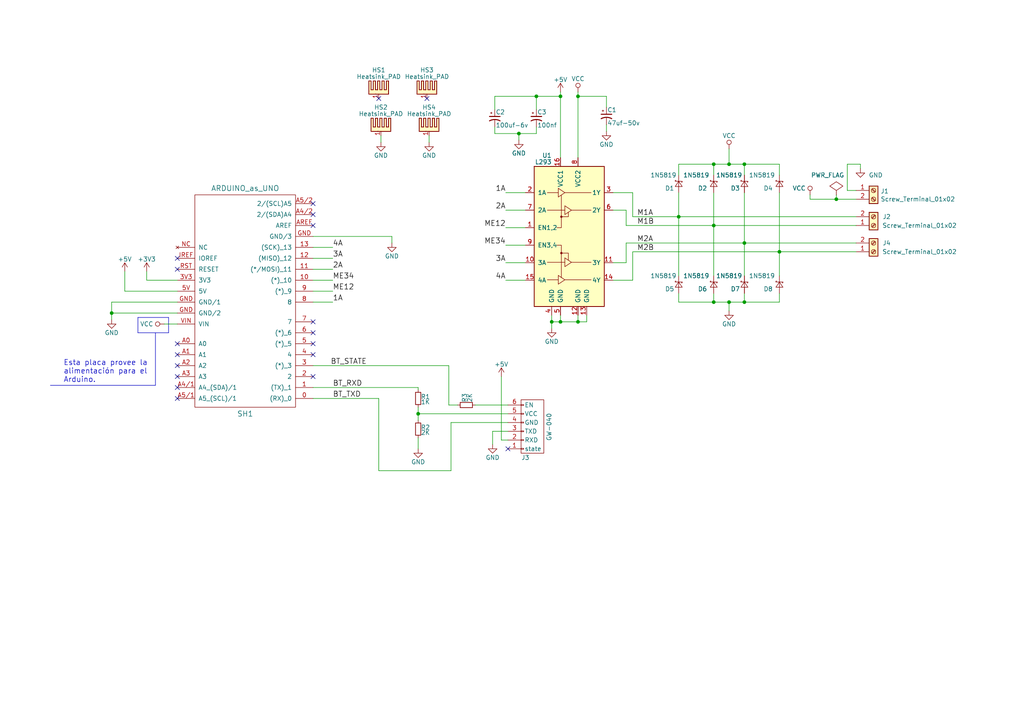
<source format=kicad_sch>
(kicad_sch (version 20230121) (generator eeschema)
  (paper "A4")
  (lib_symbols
    (symbol "Connector:Screw_Terminal_01x02" (pin_names (offset 1.016) hide)
      (property "Reference" "J" (at 0 2.54 0))
      (property "Value" "Screw_Terminal_01x02" (at 0 -5.08 0))
      (symbol "Screw_Terminal_01x02_1_1"
        (rectangle (start -1.27 1.27) (end 1.27 -3.81) (stroke (width 0.254)) (fill (type background)))
        (circle (center 0 -2.54) (radius 0.635) (stroke (width 0.1524)))
        (polyline (pts (xy -0.5334 -2.2098) (xy 0.3302 -3.048)) (stroke (width 0.1524)))
        (polyline (pts (xy -0.5334 0.3302) (xy 0.3302 -0.508)) (stroke (width 0.1524)))
        (polyline (pts (xy -0.3556 -2.032) (xy 0.508 -2.8702)) (stroke (width 0.1524)))
        (polyline (pts (xy -0.3556 0.508) (xy 0.508 -0.3302)) (stroke (width 0.1524)))
        (circle (center 0 0) (radius 0.635) (stroke (width 0.1524)))
        (pin passive line (at -5.08 0 0) (length 3.81) (name "Pin_1") (number "1"))
        (pin passive line (at -5.08 -2.54 0) (length 3.81) (name "Pin_2") (number "2"))
      )
    )
    (symbol "motdrivhc05-rescue:+3V3" (power) (pin_names (offset 0))
      (property "Value" "+3V3" (at 0 3.556 0))
      (symbol "+3V3_0_1"
        (polyline (pts (xy -0.762 1.27) (xy 0 2.54)))
        (polyline (pts (xy 0 0) (xy 0 2.54)))
        (polyline (pts (xy 0 2.54) (xy 0.762 1.27)))
      )
      (symbol "+3V3_1_1"
        (pin power_in line (at 0 0 90) (length 0) hide (name "+3V3") (number "1"))
      )
    )
    (symbol "motdrivhc05-rescue:+5V" (power) (pin_names (offset 0))
      (property "Value" "+5V" (at 0 3.556 0))
      (symbol "+5V_0_1"
        (polyline (pts (xy -0.762 1.27) (xy 0 2.54)))
        (polyline (pts (xy 0 0) (xy 0 2.54)))
        (polyline (pts (xy 0 2.54) (xy 0.762 1.27)))
      )
      (symbol "+5V_1_1"
        (pin power_in line (at 0 0 90) (length 0) hide (name "+5V") (number "1"))
      )
    )
    (symbol "motdrivhc05-rescue:ARDUINO_as_UNO" (pin_names (offset 1.016))
      (property "Reference" "SH" (at 0.635 -31.115 0))
      (property "Value" "ARDUINO_as_UNO" (at 0.635 34.29 0))
      (symbol "ARDUINO_as_UNO_0_1"
        (rectangle (start -13.97 -29.21) (end 15.24 32.385))
      )
      (symbol "ARDUINO_as_UNO_1_1"
        (pin bidirectional line (at 20.32 -26.67 180) (length 5.08) (name "(RX)_0") (number "0"))
        (pin bidirectional line (at 20.32 -23.495 180) (length 5.08) (name "(TX)_1") (number "1"))
        (pin bidirectional line (at 20.32 7.62 180) (length 5.08) (name "(*)_10") (number "10"))
        (pin bidirectional line (at 20.32 10.795 180) (length 5.08) (name "(*/MOSI)_11") (number "11"))
        (pin bidirectional line (at 20.32 13.97 180) (length 5.08) (name "(MISO)_12") (number "12"))
        (pin bidirectional line (at 20.32 17.145 180) (length 5.08) (name "(SCK)_13") (number "13"))
        (pin bidirectional line (at 20.32 -20.32 180) (length 5.08) (name "2") (number "2"))
        (pin bidirectional line (at 20.32 -17.145 180) (length 5.08) (name "(*)_3") (number "3"))
        (pin power_out line (at -19.05 7.62 0) (length 5.08) (name "3V3") (number "3V3"))
        (pin bidirectional line (at 20.32 -13.97 180) (length 5.08) (name "4") (number "4"))
        (pin bidirectional line (at 20.32 -10.795 180) (length 5.08) (name "(*)_5") (number "5"))
        (pin power_out line (at -19.05 4.445 0) (length 5.08) (name "5V") (number "5V"))
        (pin bidirectional line (at 20.32 -7.62 180) (length 5.08) (name "(*)_6") (number "6"))
        (pin bidirectional line (at 20.32 -4.445 180) (length 5.08) (name "7") (number "7"))
        (pin bidirectional line (at 20.32 1.27 180) (length 5.08) (name "8") (number "8"))
        (pin bidirectional line (at 20.32 4.445 180) (length 5.08) (name "(*)_9") (number "9"))
        (pin bidirectional line (at -19.05 -10.795 0) (length 5.08) (name "A0") (number "A0"))
        (pin bidirectional line (at -19.05 -13.97 0) (length 5.08) (name "A1") (number "A1"))
        (pin bidirectional line (at -19.05 -17.145 0) (length 5.08) (name "A2") (number "A2"))
        (pin bidirectional line (at -19.05 -20.32 0) (length 5.08) (name "A3") (number "A3"))
        (pin bidirectional line (at -19.05 -23.495 0) (length 5.08) (name "A4_(SDA)/1") (number "A4/1"))
        (pin bidirectional line (at 20.32 26.67 180) (length 5.08) (name "2/(SDA)A4") (number "A4/2"))
        (pin bidirectional line (at -19.05 -26.67 0) (length 5.08) (name "A5_(SCL)/1") (number "A5/1"))
        (pin bidirectional line (at 20.32 29.845 180) (length 5.08) (name "2/(SCL)A5") (number "A5/2"))
        (pin output line (at 20.32 23.495 180) (length 5.08) (name "AREF") (number "AREF"))
        (pin power_out line (at -19.05 1.27 0) (length 5.08) (name "GND/1") (number "GND"))
        (pin power_out line (at -19.05 -1.905 0) (length 5.08) (name "GND/2") (number "GND"))
        (pin power_out line (at 20.32 20.32 180) (length 5.08) (name "GND/3") (number "GND"))
        (pin input line (at -19.05 13.97 0) (length 5.08) (name "IOREF") (number "IREF"))
        (pin no_connect line (at -19.05 17.145 0) (length 5.08) (name "NC") (number "NC"))
        (pin output line (at -19.05 10.795 0) (length 5.08) (name "RESET") (number "RST"))
        (pin output line (at -19.05 -5.08 0) (length 5.08) (name "VIN") (number "VIN"))
      )
    )
    (symbol "motdrivhc05-rescue:CP1_Small" (pin_numbers hide) (pin_names (offset 0.254) hide)
      (property "Reference" "C" (at 0.254 1.778 0))
      (property "Value" "CP1_Small" (at 0.254 -2.032 0))
      (symbol "CP1_Small_0_1"
        (polyline (pts (xy -1.524 0.508) (xy 1.524 0.508)) (stroke (width 0.3048)))
        (polyline (pts (xy -1.27 1.524) (xy -0.762 1.524)))
        (polyline (pts (xy -1.016 1.27) (xy -1.016 1.778)))
        (arc (start 1.524 -0.762) (mid 0 -0.3734) (end -1.524 -0.762) (stroke (width 0.3048)))
      )
      (symbol "CP1_Small_1_1"
        (pin passive line (at 0 2.54 270) (length 2.032) (name "~") (number "1"))
        (pin passive line (at 0 -2.54 90) (length 2.032) (name "~") (number "2"))
      )
    )
    (symbol "motdrivhc05-rescue:D_Schottky_Small" (pin_numbers hide) (pin_names (offset 0.254) hide)
      (property "Reference" "D" (at -1.27 2.032 0))
      (property "Value" "D_Schottky_Small" (at -7.112 -2.032 0))
      (symbol "D_Schottky_Small_0_1"
        (polyline (pts (xy -0.762 -1.016) (xy -0.762 1.016)))
        (polyline (pts (xy -0.762 0) (xy 0.762 0)))
        (polyline (pts (xy -0.762 -1.016) (xy -0.508 -1.016) (xy -0.508 -0.762)))
        (polyline (pts (xy -0.762 1.016) (xy -1.016 1.016) (xy -1.016 0.762)))
        (polyline (pts (xy 0.762 -1.016) (xy -0.762 0) (xy 0.762 1.016) (xy 0.762 -1.016)))
      )
      (symbol "D_Schottky_Small_1_1"
        (pin passive line (at -2.54 0 0) (length 1.778) (name "K") (number "1"))
        (pin passive line (at 2.54 0 180) (length 1.778) (name "A") (number "2"))
      )
    )
    (symbol "motdrivhc05-rescue:GND" (power) (pin_names (offset 0))
      (property "Value" "GND" (at 0 -3.81 0))
      (symbol "GND_0_1"
        (polyline (pts (xy 0 0) (xy 0 -1.27) (xy 1.27 -1.27) (xy 0 -2.54) (xy -1.27 -1.27) (xy 0 -1.27)))
      )
      (symbol "GND_1_1"
        (pin power_in line (at 0 0 270) (length 0) hide (name "GND") (number "1"))
      )
    )
    (symbol "motdrivhc05-rescue:GW-040" (pin_names (offset 1.016))
      (property "Reference" "J" (at 0 8.89 0))
      (property "Value" "GW-040" (at 6.858 0 90))
      (symbol "GW-040_0_1"
        (rectangle (start -1.27 -6.223) (end -0.508 -6.477))
        (rectangle (start -1.27 -3.683) (end -0.508 -3.937))
        (rectangle (start -1.27 -1.143) (end -0.508 -1.397))
        (rectangle (start -1.27 1.397) (end -0.508 1.143))
        (rectangle (start -1.27 3.937) (end -0.508 3.683))
        (rectangle (start -1.27 6.477) (end -0.508 6.223))
        (rectangle (start -1.27 7.62) (end 5.334 -7.874))
      )
      (symbol "GW-040_1_1"
        (pin passive line (at -5.08 6.35 0) (length 3.81) (name "state") (number "1"))
        (pin passive line (at -5.08 3.81 0) (length 3.81) (name "RXD") (number "2"))
        (pin passive line (at -5.08 1.27 0) (length 3.81) (name "TXD") (number "3"))
        (pin passive line (at -5.08 -1.27 0) (length 3.81) (name "GND") (number "4"))
        (pin passive line (at -5.08 -3.81 0) (length 3.81) (name "VCC") (number "5"))
        (pin passive line (at -5.08 -6.35 0) (length 3.81) (name "EN") (number "6"))
      )
    )
    (symbol "motdrivhc05-rescue:Heatsink_PAD" (pin_names (offset 0))
      (property "Reference" "HS" (at 0 5.715 0))
      (property "Value" "Heatsink_PAD" (at 0 3.81 0))
      (symbol "Heatsink_PAD_0_1"
        (polyline (pts (xy -0.3302 0) (xy -0.9652 0) (xy -0.9652 2.54) (xy -1.6002 2.54) (xy -1.6002 0) (xy -2.2352 0) (xy -2.2352 2.54) (xy -2.8702 2.54) (xy -2.8702 -1.27) (xy -0.9652 -1.27)) (stroke (width 0.254)) (fill (type background)))
        (polyline (pts (xy -0.3302 0) (xy -0.3302 2.54) (xy 0.3048 2.54) (xy 0.3048 0) (xy 0.9398 0) (xy 0.9398 2.54) (xy 1.5748 2.54) (xy 1.5748 0) (xy 2.2098 0) (xy 2.2098 2.54) (xy 2.8448 2.54) (xy 2.8448 -1.27) (xy -0.9652 -1.27)) (stroke (width 0.254)) (fill (type background)))
      )
      (symbol "Heatsink_PAD_1_1"
        (pin passive line (at 0 -2.54 90) (length 1.27) (name "~") (number "1"))
      )
    )
    (symbol "motdrivhc05-rescue:L293" (pin_names (offset 1.016))
      (property "Reference" "U" (at -5.08 26.035 0))
      (property "Value" "L293" (at -5.08 24.13 0))
      (symbol "L293_0_1"
        (rectangle (start -10.16 22.86) (end 10.16 -17.78) (stroke (width 0.254)) (fill (type background)))
        (circle (center -2.286 -2.286) (radius 0.254) (fill (type outline)))
        (circle (center -2.286 8.255) (radius 0.254) (fill (type outline)))
        (polyline (pts (xy -6.35 -10.033) (xy -3.175 -10.033)))
        (polyline (pts (xy -6.35 -4.953) (xy -1.27 -4.953)))
        (polyline (pts (xy -6.35 10.16) (xy -1.27 10.16)))
        (polyline (pts (xy -6.35 15.24) (xy -3.175 15.24)))
        (polyline (pts (xy -1.27 -10.033) (xy 6.35 -10.033)))
        (polyline (pts (xy -1.27 15.24) (xy 6.35 15.24)))
        (polyline (pts (xy 0.635 -4.953) (xy 6.35 -4.953)))
        (polyline (pts (xy 0.635 10.16) (xy 6.35 10.16)))
        (polyline (pts (xy -2.286 8.255) (xy -0.254 8.255) (xy -0.254 9.525)))
        (polyline (pts (xy -2.286 14.478) (xy -2.286 5.08) (xy -3.556 5.08)))
        (polyline (pts (xy -0.254 -4.318) (xy -0.254 -2.286) (xy -2.286 -2.286)))
        (polyline (pts (xy -3.556 0) (xy -2.286 0) (xy -2.286 -9.144) (xy -2.286 -9.398)))
        (polyline (pts (xy -3.175 -8.763) (xy -3.175 -11.303) (xy -1.27 -10.033) (xy -3.175 -8.763)))
        (polyline (pts (xy -3.175 16.51) (xy -3.175 13.97) (xy -1.27 15.24) (xy -3.175 16.51)))
        (polyline (pts (xy -1.27 -3.683) (xy -1.27 -6.223) (xy 0.635 -4.953) (xy -1.27 -3.683)))
        (polyline (pts (xy -1.27 11.43) (xy -1.27 8.89) (xy 0.635 10.16) (xy -1.27 11.43)))
      )
      (symbol "L293_1_1"
        (pin input line (at -12.7 5.08 0) (length 2.54) (name "EN1,2") (number "1"))
        (pin input line (at -12.7 -5.08 0) (length 2.54) (name "3A") (number "10"))
        (pin output line (at 12.7 -5.08 180) (length 2.54) (name "3Y") (number "11"))
        (pin power_in line (at 2.54 -20.32 90) (length 2.54) (name "GND") (number "12"))
        (pin power_in line (at 5.08 -20.32 90) (length 2.54) (name "GND") (number "13"))
        (pin output line (at 12.7 -10.16 180) (length 2.54) (name "4Y") (number "14"))
        (pin input line (at -12.7 -10.16 0) (length 2.54) (name "4A") (number "15"))
        (pin power_in line (at -2.54 25.4 270) (length 2.54) (name "VCC1") (number "16"))
        (pin input line (at -12.7 15.24 0) (length 2.54) (name "1A") (number "2"))
        (pin output line (at 12.7 15.24 180) (length 2.54) (name "1Y") (number "3"))
        (pin power_in line (at -5.08 -20.32 90) (length 2.54) (name "GND") (number "4"))
        (pin power_in line (at -2.54 -20.32 90) (length 2.54) (name "GND") (number "5"))
        (pin output line (at 12.7 10.16 180) (length 2.54) (name "2Y") (number "6"))
        (pin input line (at -12.7 10.16 0) (length 2.54) (name "2A") (number "7"))
        (pin power_in line (at 2.54 25.4 270) (length 2.54) (name "VCC2") (number "8"))
        (pin input line (at -12.7 0 0) (length 2.54) (name "EN3,4") (number "9"))
      )
    )
    (symbol "motdrivhc05-rescue:PWR_FLAG" (power) (pin_numbers hide) (pin_names (offset 0) hide)
      (property "Value" "PWR_FLAG" (at 0 4.572 0))
      (symbol "PWR_FLAG_0_0"
        (pin power_out line (at 0 0 90) (length 0) (name "pwr") (number "1"))
      )
      (symbol "PWR_FLAG_0_1"
        (polyline (pts (xy 0 0) (xy 0 1.27) (xy -1.905 2.54) (xy 0 3.81) (xy 1.905 2.54) (xy 0 1.27)))
      )
    )
    (symbol "motdrivhc05-rescue:R_Small" (pin_numbers hide) (pin_names (offset 0.254) hide)
      (property "Reference" "R" (at 0.762 0.508 0))
      (property "Value" "R_Small" (at 0.762 -1.016 0))
      (symbol "R_Small_0_1"
        (rectangle (start -0.762 1.778) (end 0.762 -1.778) (stroke (width 0.2032)))
      )
      (symbol "R_Small_1_1"
        (pin passive line (at 0 2.54 270) (length 0.762) (name "~") (number "1"))
        (pin passive line (at 0 -2.54 90) (length 0.762) (name "~") (number "2"))
      )
    )
    (symbol "motdrivhc05-rescue:VCC" (power) (pin_names (offset 0))
      (property "Value" "VCC" (at 0 3.81 0))
      (symbol "VCC_0_1"
        (polyline (pts (xy 0 0) (xy 0 1.27)))
        (circle (center 0 1.905) (radius 0.635))
      )
      (symbol "VCC_1_1"
        (pin power_in line (at 0 0 90) (length 0) hide (name "VCC") (number "1"))
      )
    )
  )
  (junction (at 167.64 93.345))
  (junction (at 207.01 87.63))
  (junction (at 226.06 73.025))
  (junction (at 150.495 38.735))
  (junction (at 211.455 47.625))
  (junction (at 167.64 27.94))
  (junction (at 207.01 65.405))
  (junction (at 242.57 57.785))
  (junction (at 215.9 70.485))
  (junction (at 121.285 120.015))
  (junction (at 32.385 90.805))
  (junction (at 215.9 87.63))
  (junction (at 196.85 62.865))
  (junction (at 155.575 27.94))
  (junction (at 162.56 93.345))
  (junction (at 207.01 47.625))
  (junction (at 215.9 47.625))
  (junction (at 160.02 93.345))
  (junction (at 211.455 87.63))
  (junction (at 162.56 27.94))
  (no_connect (at 51.435 74.93))
  (no_connect (at 147.32 130.175))
  (no_connect (at 51.435 106.045))
  (no_connect (at 51.435 99.695))
  (no_connect (at 90.805 62.23))
  (no_connect (at 90.805 102.87))
  (no_connect (at 123.825 28.575))
  (no_connect (at 90.805 99.695))
  (no_connect (at 51.435 78.105))
  (no_connect (at 51.435 109.22))
  (no_connect (at 51.435 115.57))
  (no_connect (at 90.805 96.52))
  (no_connect (at 90.805 109.22))
  (no_connect (at 51.435 112.395))
  (no_connect (at 90.805 93.345))
  (no_connect (at 90.805 65.405))
  (no_connect (at 109.855 28.575))
  (no_connect (at 51.435 102.87))
  (no_connect (at 90.805 59.055))
  (wire (pts (xy 160.02 91.44) (xy 160.02 93.345)))
  (wire (pts (xy 177.8 55.88) (xy 183.515 55.88)))
  (wire (pts (xy 207.01 87.63) (xy 211.455 87.63)))
  (wire (pts (xy 170.18 93.345) (xy 170.18 91.44)))
  (wire (pts (xy 215.9 47.625) (xy 226.06 47.625)))
  (wire (pts (xy 147.32 125.095) (xy 142.875 125.095)))
  (wire (pts (xy 42.545 81.28) (xy 51.435 81.28)))
  (wire (pts (xy 51.435 87.63) (xy 32.385 87.63)))
  (wire (pts (xy 152.4 55.88) (xy 146.685 55.88)))
  (wire (pts (xy 152.4 81.28) (xy 146.685 81.28)))
  (wire (pts (xy 167.64 27.94) (xy 167.64 45.72)))
  (wire (pts (xy 90.805 74.93) (xy 96.52 74.93)))
  (wire (pts (xy 90.805 106.045) (xy 130.175 106.045)))
  (wire (pts (xy 215.9 55.88) (xy 215.9 70.485)))
  (wire (pts (xy 226.06 73.025) (xy 226.06 80.01)))
  (wire (pts (xy 215.9 50.8) (xy 215.9 47.625)))
  (wire (pts (xy 207.01 87.63) (xy 207.01 85.09)))
  (wire (pts (xy 215.9 70.485) (xy 248.285 70.485)))
  (wire (pts (xy 90.805 71.755) (xy 96.52 71.755)))
  (wire (pts (xy 242.57 56.515) (xy 242.57 57.785)))
  (wire (pts (xy 47.625 93.98) (xy 51.435 93.98)))
  (wire (pts (xy 32.385 90.805) (xy 32.385 92.71)))
  (wire (pts (xy 162.56 93.345) (xy 167.64 93.345)))
  (wire (pts (xy 124.46 41.275) (xy 124.46 39.37)))
  (wire (pts (xy 162.56 27.94) (xy 162.56 45.72)))
  (wire (pts (xy 196.85 85.09) (xy 196.85 87.63)))
  (wire (pts (xy 90.805 78.105) (xy 96.52 78.105)))
  (wire (pts (xy 143.51 38.735) (xy 150.495 38.735)))
  (wire (pts (xy 175.895 36.195) (xy 175.895 38.1)))
  (wire (pts (xy 181.61 70.485) (xy 181.61 76.2)))
  (wire (pts (xy 207.01 65.405) (xy 248.285 65.405)))
  (wire (pts (xy 130.81 122.555) (xy 130.81 136.525)))
  (wire (pts (xy 143.51 27.94) (xy 155.575 27.94)))
  (wire (pts (xy 155.575 31.75) (xy 155.575 27.94)))
  (wire (pts (xy 113.665 68.58) (xy 113.665 70.485)))
  (wire (pts (xy 245.745 55.245) (xy 248.285 55.245)))
  (wire (pts (xy 160.02 93.345) (xy 160.02 95.25)))
  (wire (pts (xy 167.64 91.44) (xy 167.64 93.345)))
  (wire (pts (xy 90.805 87.63) (xy 96.52 87.63)))
  (wire (pts (xy 90.805 84.455) (xy 96.52 84.455)))
  (wire (pts (xy 215.9 70.485) (xy 215.9 80.01)))
  (wire (pts (xy 196.85 62.865) (xy 248.285 62.865)))
  (wire (pts (xy 121.285 112.395) (xy 121.285 113.03)))
  (wire (pts (xy 196.85 47.625) (xy 207.01 47.625)))
  (wire (pts (xy 110.49 41.275) (xy 110.49 39.37)))
  (wire (pts (xy 150.495 38.735) (xy 155.575 38.735)))
  (wire (pts (xy 130.175 106.045) (xy 130.175 117.475)))
  (wire (pts (xy 167.64 26.67) (xy 167.64 27.94)))
  (wire (pts (xy 51.435 90.805) (xy 32.385 90.805)))
  (wire (pts (xy 109.855 136.525) (xy 109.855 115.57)))
  (wire (pts (xy 90.805 115.57) (xy 109.855 115.57)))
  (wire (pts (xy 175.895 27.94) (xy 175.895 31.115)))
  (wire (pts (xy 245.745 47.625) (xy 249.555 47.625)))
  (wire (pts (xy 183.515 73.025) (xy 183.515 81.28)))
  (wire (pts (xy 162.56 26.67) (xy 162.56 27.94)))
  (wire (pts (xy 113.665 68.58) (xy 90.805 68.58)))
  (wire (pts (xy 183.515 81.28) (xy 177.8 81.28)))
  (wire (pts (xy 181.61 70.485) (xy 215.9 70.485)))
  (wire (pts (xy 152.4 60.96) (xy 146.685 60.96)))
  (wire (pts (xy 152.4 71.12) (xy 146.685 71.12)))
  (wire (pts (xy 160.02 93.345) (xy 162.56 93.345)))
  (wire (pts (xy 207.01 65.405) (xy 207.01 80.01)))
  (wire (pts (xy 143.51 36.83) (xy 143.51 38.735)))
  (wire (pts (xy 234.95 57.785) (xy 234.95 56.515)))
  (wire (pts (xy 183.515 62.865) (xy 196.85 62.865)))
  (wire (pts (xy 143.51 27.94) (xy 143.51 31.75)))
  (wire (pts (xy 42.545 78.74) (xy 42.545 81.28)))
  (wire (pts (xy 249.555 47.625) (xy 249.555 48.895)))
  (wire (pts (xy 181.61 65.405) (xy 181.61 60.96)))
  (polyline (pts (xy 40.005 96.52) (xy 40.005 92.075)))
  (wire (pts (xy 32.385 87.63) (xy 32.385 90.805)))
  (wire (pts (xy 90.805 112.395) (xy 121.285 112.395)))
  (wire (pts (xy 234.95 57.785) (xy 242.57 57.785)))
  (wire (pts (xy 196.85 87.63) (xy 207.01 87.63)))
  (polyline (pts (xy 45.085 96.52) (xy 45.085 111.76)))
  (wire (pts (xy 211.455 87.63) (xy 215.9 87.63)))
  (wire (pts (xy 155.575 27.94) (xy 162.56 27.94)))
  (wire (pts (xy 145.415 109.22) (xy 145.415 127.635)))
  (wire (pts (xy 226.06 73.025) (xy 248.285 73.025)))
  (wire (pts (xy 152.4 76.2) (xy 146.685 76.2)))
  (polyline (pts (xy 40.005 92.075) (xy 48.895 92.075)))
  (wire (pts (xy 155.575 38.735) (xy 155.575 36.83)))
  (wire (pts (xy 150.495 38.735) (xy 150.495 40.64)))
  (wire (pts (xy 245.745 47.625) (xy 245.745 55.245)))
  (wire (pts (xy 90.805 81.28) (xy 96.52 81.28)))
  (wire (pts (xy 211.455 43.18) (xy 211.455 47.625)))
  (wire (pts (xy 162.56 91.44) (xy 162.56 93.345)))
  (wire (pts (xy 226.06 47.625) (xy 226.06 50.8)))
  (wire (pts (xy 181.61 76.2) (xy 177.8 76.2)))
  (wire (pts (xy 226.06 87.63) (xy 226.06 85.09)))
  (wire (pts (xy 145.415 127.635) (xy 147.32 127.635)))
  (wire (pts (xy 226.06 55.88) (xy 226.06 73.025)))
  (wire (pts (xy 211.455 87.63) (xy 211.455 90.17)))
  (wire (pts (xy 137.795 117.475) (xy 147.32 117.475)))
  (wire (pts (xy 142.875 125.095) (xy 142.875 128.905)))
  (wire (pts (xy 207.01 55.88) (xy 207.01 65.405)))
  (wire (pts (xy 215.9 85.09) (xy 215.9 87.63)))
  (wire (pts (xy 196.85 55.88) (xy 196.85 62.865)))
  (wire (pts (xy 207.01 50.8) (xy 207.01 47.625)))
  (wire (pts (xy 121.285 127) (xy 121.285 130.175)))
  (wire (pts (xy 130.81 122.555) (xy 147.32 122.555)))
  (wire (pts (xy 147.32 120.015) (xy 121.285 120.015)))
  (polyline (pts (xy 14.605 111.76) (xy 45.085 111.76)))
  (wire (pts (xy 36.195 84.455) (xy 36.195 78.74)))
  (wire (pts (xy 196.85 50.8) (xy 196.85 47.625)))
  (wire (pts (xy 183.515 55.88) (xy 183.515 62.865)))
  (wire (pts (xy 130.175 117.475) (xy 132.715 117.475)))
  (wire (pts (xy 207.01 47.625) (xy 211.455 47.625)))
  (wire (pts (xy 181.61 60.96) (xy 177.8 60.96)))
  (wire (pts (xy 167.64 93.345) (xy 170.18 93.345)))
  (wire (pts (xy 196.85 62.865) (xy 196.85 80.01)))
  (wire (pts (xy 130.81 136.525) (xy 109.855 136.525)))
  (wire (pts (xy 215.9 87.63) (xy 226.06 87.63)))
  (wire (pts (xy 183.515 73.025) (xy 226.06 73.025)))
  (wire (pts (xy 167.64 27.94) (xy 175.895 27.94)))
  (wire (pts (xy 181.61 65.405) (xy 207.01 65.405)))
  (wire (pts (xy 121.285 120.015) (xy 121.285 121.92)))
  (wire (pts (xy 152.4 66.04) (xy 146.685 66.04)))
  (polyline (pts (xy 48.895 92.075) (xy 48.895 96.52)))
  (wire (pts (xy 51.435 84.455) (xy 36.195 84.455)))
  (polyline (pts (xy 40.005 96.52) (xy 48.895 96.52)))
  (wire (pts (xy 211.455 47.625) (xy 215.9 47.625)))
  (wire (pts (xy 121.285 118.11) (xy 121.285 120.015)))
  (wire (pts (xy 242.57 57.785) (xy 248.285 57.785)))
  (text "Esta placa provee la \nalimentación para el\nArduino." (at 18.415 111.125 0) (effects (font (size 1.524 1.524)) (justify left bottom)))
  (label "1A" (at 96.52 87.63 0) (effects (font (size 1.524 1.524))))
  (label "BT_TXD" (at 96.52 115.57 0) (effects (font (size 1.524 1.524))))
  (label "ME34" (at 146.685 71.12 180) (effects (font (size 1.524 1.524))))
  (label "M2A" (at 184.785 70.485 0) (effects (font (size 1.524 1.524))))
  (label "BT_RXD" (at 96.52 112.395 0) (effects (font (size 1.524 1.524))))
  (label "ME34" (at 96.52 81.28 0) (effects (font (size 1.524 1.524))))
  (label "BT_STATE" (at 95.885 106.045 0) (effects (font (size 1.524 1.524))))
  (label "ME12" (at 96.52 84.455 0) (effects (font (size 1.524 1.524))))
  (label "3A" (at 146.685 76.2 180) (effects (font (size 1.524 1.524))))
  (label "ME12" (at 146.685 66.04 180) (effects (font (size 1.524 1.524))))
  (label "4A" (at 96.52 71.755 0) (effects (font (size 1.524 1.524))))
  (label "M2B" (at 184.785 73.025 0) (effects (font (size 1.524 1.524))))
  (label "M1B" (at 184.785 65.405 0) (effects (font (size 1.524 1.524))))
  (label "2A" (at 146.685 60.96 180) (effects (font (size 1.524 1.524))))
  (label "3A" (at 96.52 74.93 0) (effects (font (size 1.524 1.524))))
  (label "1A" (at 146.685 55.88 180) (effects (font (size 1.524 1.524))))
  (label "2A" (at 96.52 78.105 0) (effects (font (size 1.524 1.524))))
  (label "4A" (at 146.685 81.28 180) (effects (font (size 1.524 1.524))))
  (label "M1A" (at 184.785 62.865 0) (effects (font (size 1.524 1.524))))
  (symbol (lib_id "motdrivhc05-rescue:ARDUINO_as_UNO") (at 70.485 88.9 0) (unit 1)
    (property "Reference" "SH1" (at 71.12 120.015 0) (effects (font (size 1.524 1.524))))
    (property "Value" "ARDUINO_as_UNO" (at 71.12 54.61 0) (effects (font (size 1.524 1.524))))
    (property "Footprint" "Arduino_Uno:ARDUINO_as_UNO_R3_CONTOUR_ELL" (effects hide))
  )
  (symbol (lib_id "motdrivhc05-rescue:VCC") (at 234.95 56.515 0) (mirror y) (unit 1)
    (property "Reference" "#PWR01" (effects hide))
    (property "Value" "VCC" (at 231.775 54.61 0))
  )
  (symbol (lib_id "motdrivhc05-rescue:L293") (at 165.1 71.12 0) (unit 1)
    (property "Reference" "U1" (at 160.02 45.085 0) (effects (justify right)))
    (property "Value" "L293" (at 160.02 46.99 0) (effects (justify right)))
    (property "Footprint" "Package_DIP:DIP-16_W7.62mm_Socket_LongPads" (effects hide))
  )
  (symbol (lib_id "motdrivhc05-rescue:GND") (at 211.455 90.17 0) (unit 1)
    (property "Reference" "#PWR06" (effects hide))
    (property "Value" "GND" (at 211.455 93.98 0))
  )
  (symbol (lib_id "motdrivhc05-rescue:GND") (at 249.555 48.895 0) (mirror y) (unit 1)
    (property "Reference" "#PWR02" (effects hide))
    (property "Value" "GND" (at 254 50.8 0))
  )
  (symbol (lib_id "motdrivhc05-rescue:GND") (at 32.385 92.71 0) (unit 1)
    (property "Reference" "#PWR03" (effects hide))
    (property "Value" "GND" (at 32.385 96.52 0))
  )
  (symbol (lib_id "motdrivhc05-rescue:GND") (at 113.665 70.485 0) (unit 1)
    (property "Reference" "#PWR04" (effects hide))
    (property "Value" "GND" (at 113.665 74.295 0))
  )
  (symbol (lib_id "motdrivhc05-rescue:GND") (at 160.02 95.25 0) (unit 1)
    (property "Reference" "#PWR05" (effects hide))
    (property "Value" "GND" (at 160.02 99.06 0))
  )
  (symbol (lib_id "motdrivhc05-rescue:VCC") (at 211.455 43.18 0) (unit 1)
    (property "Reference" "#PWR07" (effects hide))
    (property "Value" "VCC" (at 211.455 39.37 0))
  )
  (symbol (lib_id "motdrivhc05-rescue:D_Schottky_Small") (at 196.85 82.55 90) (mirror x) (unit 1)
    (property "Reference" "D5" (at 195.58 83.82 90) (effects (justify left)))
    (property "Value" "1N5819" (at 196.215 80.01 90) (effects (justify left)))
    (property "Footprint" "Diode_THT:D_DO-41_SOD81_P7.62mm_Horizontal" (effects hide))
  )
  (symbol (lib_id "motdrivhc05-rescue:D_Schottky_Small") (at 207.01 82.55 90) (mirror x) (unit 1)
    (property "Reference" "D6" (at 205.105 83.82 90) (effects (justify left)))
    (property "Value" "1N5819" (at 205.74 80.01 90) (effects (justify left)))
    (property "Footprint" "Diode_THT:D_DO-41_SOD81_P7.62mm_Horizontal" (effects hide))
  )
  (symbol (lib_id "motdrivhc05-rescue:+3V3") (at 42.545 78.74 0) (unit 1)
    (property "Reference" "#PWR08" (effects hide))
    (property "Value" "+3V3" (at 42.545 75.184 0))
  )
  (symbol (lib_id "motdrivhc05-rescue:+5V") (at 36.195 78.74 0) (unit 1)
    (property "Reference" "#PWR09" (effects hide))
    (property "Value" "+5V" (at 36.195 75.184 0))
  )
  (symbol (lib_id "motdrivhc05-rescue:VCC") (at 167.64 26.67 0) (unit 1)
    (property "Reference" "#PWR010" (effects hide))
    (property "Value" "VCC" (at 167.64 22.86 0))
  )
  (symbol (lib_id "motdrivhc05-rescue:+5V") (at 162.56 26.67 0) (unit 1)
    (property "Reference" "#PWR011" (effects hide))
    (property "Value" "+5V" (at 162.56 23.114 0))
  )
  (symbol (lib_id "motdrivhc05-rescue:CP1_Small") (at 143.51 34.29 0) (unit 1)
    (property "Reference" "C2" (at 143.764 32.512 0) (effects (justify left)))
    (property "Value" "100uf-6v" (at 143.764 36.322 0) (effects (justify left)))
    (property "Footprint" "Capacitors_ThroughHole:C_Radial_D6.3_L11.2_P2.5" (effects hide))
  )
  (symbol (lib_id "motdrivhc05-rescue:CP1_Small") (at 155.575 34.29 0) (unit 1)
    (property "Reference" "C3" (at 155.829 32.512 0) (effects (justify left)))
    (property "Value" "100nf" (at 155.829 36.322 0) (effects (justify left)))
    (property "Footprint" "Capacitors_ThroughHole:C_Disc_D3_P2.5" (effects hide))
  )
  (symbol (lib_id "motdrivhc05-rescue:GND") (at 150.495 40.64 0) (unit 1)
    (property "Reference" "#PWR012" (effects hide))
    (property "Value" "GND" (at 150.495 44.45 0))
  )
  (symbol (lib_id "motdrivhc05-rescue:CP1_Small") (at 175.895 33.655 0) (unit 1)
    (property "Reference" "C1" (at 176.149 31.877 0) (effects (justify left)))
    (property "Value" "47uf-50v" (at 176.149 35.687 0) (effects (justify left)))
    (property "Footprint" "Capacitors_ThroughHole:C_Radial_D6.3_L11.2_P2.5" (effects hide))
  )
  (symbol (lib_id "motdrivhc05-rescue:GND") (at 175.895 38.1 0) (unit 1)
    (property "Reference" "#PWR013" (effects hide))
    (property "Value" "GND" (at 175.895 41.91 0))
  )
  (symbol (lib_id "motdrivhc05-rescue:D_Schottky_Small") (at 215.9 82.55 90) (mirror x) (unit 1)
    (property "Reference" "D7" (at 214.63 83.82 90) (effects (justify left)))
    (property "Value" "1N5819" (at 215.265 80.01 90) (effects (justify left)))
    (property "Footprint" "Diode_THT:D_DO-41_SOD81_P7.62mm_Horizontal" (effects hide))
  )
  (symbol (lib_id "motdrivhc05-rescue:D_Schottky_Small") (at 226.06 82.55 90) (mirror x) (unit 1)
    (property "Reference" "D8" (at 224.155 83.82 90) (effects (justify left)))
    (property "Value" "1N5819" (at 224.79 80.01 90) (effects (justify left)))
    (property "Footprint" "Diode_THT:D_DO-41_SOD81_P7.62mm_Horizontal" (effects hide))
  )
  (symbol (lib_id "motdrivhc05-rescue:D_Schottky_Small") (at 196.85 53.34 90) (mirror x) (unit 1)
    (property "Reference" "D1" (at 195.58 54.61 90) (effects (justify left)))
    (property "Value" "1N5819" (at 196.215 50.8 90) (effects (justify left)))
    (property "Footprint" "Diode_THT:D_DO-41_SOD81_P7.62mm_Horizontal" (effects hide))
  )
  (symbol (lib_id "motdrivhc05-rescue:D_Schottky_Small") (at 207.01 53.34 90) (mirror x) (unit 1)
    (property "Reference" "D2" (at 205.105 54.61 90) (effects (justify left)))
    (property "Value" "1N5819" (at 205.74 50.8 90) (effects (justify left)))
    (property "Footprint" "Diode_THT:D_DO-41_SOD81_P7.62mm_Horizontal" (effects hide))
  )
  (symbol (lib_id "motdrivhc05-rescue:D_Schottky_Small") (at 215.9 53.34 90) (mirror x) (unit 1)
    (property "Reference" "D3" (at 214.63 54.61 90) (effects (justify left)))
    (property "Value" "1N5819" (at 215.265 50.8 90) (effects (justify left)))
    (property "Footprint" "Diode_THT:D_DO-41_SOD81_P7.62mm_Horizontal" (effects hide))
  )
  (symbol (lib_id "motdrivhc05-rescue:D_Schottky_Small") (at 226.06 53.34 90) (mirror x) (unit 1)
    (property "Reference" "D4" (at 224.155 54.61 90) (effects (justify left)))
    (property "Value" "1N5819" (at 224.79 50.8 90) (effects (justify left)))
    (property "Footprint" "Diode_THT:D_DO-41_SOD81_P7.62mm_Horizontal" (effects hide))
  )
  (symbol (lib_id "motdrivhc05-rescue:GW-040") (at 152.4 123.825 0) (mirror x) (unit 1)
    (property "Reference" "J3" (at 152.4 132.715 0))
    (property "Value" "GW-040" (at 159.258 123.825 90))
    (property "Footprint" "Socket_Strips:Socket_Strip_Angled_1x06" (effects hide))
  )
  (symbol (lib_id "motdrivhc05-rescue:R_Small") (at 121.285 115.57 0) (unit 1)
    (property "Reference" "R1" (at 122.047 115.062 0) (effects (justify left)))
    (property "Value" "1K" (at 122.047 116.586 0) (effects (justify left)))
    (property "Footprint" "Resistors_ThroughHole:Resistor_Horizontal_RM10mm" (effects hide))
  )
  (symbol (lib_id "motdrivhc05-rescue:R_Small") (at 121.285 124.46 0) (unit 1)
    (property "Reference" "R2" (at 122.047 123.952 0) (effects (justify left)))
    (property "Value" "2K" (at 122.047 125.476 0) (effects (justify left)))
    (property "Footprint" "Resistors_ThroughHole:Resistor_Horizontal_RM10mm" (effects hide))
  )
  (symbol (lib_id "motdrivhc05-rescue:GND") (at 121.285 130.175 0) (unit 1)
    (property "Reference" "#PWR014" (effects hide))
    (property "Value" "GND" (at 121.285 133.985 0))
  )
  (symbol (lib_id "motdrivhc05-rescue:GND") (at 142.875 128.905 0) (unit 1)
    (property "Reference" "#PWR015" (effects hide))
    (property "Value" "GND" (at 142.875 132.715 0))
  )
  (symbol (lib_id "motdrivhc05-rescue:+5V") (at 145.415 109.22 0) (unit 1)
    (property "Reference" "#PWR016" (effects hide))
    (property "Value" "+5V" (at 145.415 105.664 0))
  )
  (symbol (lib_id "motdrivhc05-rescue:PWR_FLAG") (at 242.57 56.515 0) (mirror y) (unit 1)
    (property "Reference" "#FLG017" (effects hide))
    (property "Value" "PWR_FLAG" (at 240.03 50.8 0))
  )
  (symbol (lib_id "motdrivhc05-rescue:Heatsink_PAD") (at 123.825 26.035 0) (unit 1)
    (property "Reference" "HS3" (at 123.825 20.32 0))
    (property "Value" "Heatsink_PAD" (at 123.825 22.225 0))
    (property "Footprint" "Mounting_Holes:MountingHole_3.2mm_M3_ISO14580" (effects hide))
  )
  (symbol (lib_id "motdrivhc05-rescue:Heatsink_PAD") (at 109.855 26.035 0) (unit 1)
    (property "Reference" "HS1" (at 109.855 20.32 0))
    (property "Value" "Heatsink_PAD" (at 109.855 22.225 0))
    (property "Footprint" "Mounting_Holes:MountingHole_3.2mm_M3_ISO14580" (effects hide))
  )
  (symbol (lib_id "motdrivhc05-rescue:Heatsink_PAD") (at 110.49 36.83 0) (unit 1)
    (property "Reference" "HS2" (at 110.49 31.115 0))
    (property "Value" "Heatsink_PAD" (at 110.49 33.02 0))
    (property "Footprint" "Mounting_Holes:MountingHole_3.2mm_M3_ISO14580" (effects hide))
  )
  (symbol (lib_id "motdrivhc05-rescue:Heatsink_PAD") (at 124.46 36.83 0) (unit 1)
    (property "Reference" "HS4" (at 124.46 31.115 0))
    (property "Value" "Heatsink_PAD" (at 124.46 33.02 0))
    (property "Footprint" "Mounting_Holes:MountingHole_3.2mm_M3_ISO14580" (effects hide))
  )
  (symbol (lib_id "motdrivhc05-rescue:GND") (at 110.49 41.275 0) (unit 1)
    (property "Reference" "#PWR018" (effects hide))
    (property "Value" "GND" (at 110.49 45.085 0))
  )
  (symbol (lib_id "motdrivhc05-rescue:GND") (at 124.46 41.275 0) (unit 1)
    (property "Reference" "#PWR019" (effects hide))
    (property "Value" "GND" (at 124.46 45.085 0))
  )
  (symbol (lib_id "motdrivhc05-rescue:R_Small") (at 135.255 117.475 90) (unit 1)
    (property "Reference" "R3" (at 134.747 116.713 0) (effects (justify left)))
    (property "Value" "2K" (at 136.271 116.713 0) (effects (justify left)))
    (property "Footprint" "Resistors_ThroughHole:Resistor_Horizontal_RM10mm" (effects hide))
  )
  (symbol (lib_id "motdrivhc05-rescue:VCC") (at 47.625 93.98 90) (mirror x) (unit 1)
    (property "Reference" "#PWR0101" (effects hide))
    (property "Value" "VCC" (at 42.545 93.98 90))
  )
  (symbol (lib_id "Connector:Screw_Terminal_01x02") (at 253.365 55.245 0) (unit 1)
    (property "Reference" "J1" (at 255.397 55.4482 0) (effects (justify left)))
    (property "Value" "Screw_Terminal_01x02" (at 255.397 57.7596 0) (effects (justify left)))
    (property "Footprint" "TerminalBlock_Phoenix:TerminalBlock_Phoenix_MKDS-1,5-2_1x02_P5.00mm_Horizontal" (effects hide))
  )
  (symbol (lib_id "Connector:Screw_Terminal_01x02") (at 253.365 65.405 0) (mirror x) (unit 1)
    (property "Reference" "J2" (at 257.175 62.865 0))
    (property "Value" "Screw_Terminal_01x02" (at 266.7 65.405 0))
    (property "Footprint" "TerminalBlock_Phoenix:TerminalBlock_Phoenix_MKDS-1,5-2_1x02_P5.00mm_Horizontal" (effects hide))
  )
  (symbol (lib_id "Connector:Screw_Terminal_01x02") (at 253.365 73.025 0) (mirror x) (unit 1)
    (property "Reference" "J4" (at 257.175 70.485 0))
    (property "Value" "Screw_Terminal_01x02" (at 266.7 73.025 0))
    (property "Footprint" "TerminalBlock_Phoenix:TerminalBlock_Phoenix_MKDS-1,5-2_1x02_P5.00mm_Horizontal" (effects hide))
  )
)
</source>
